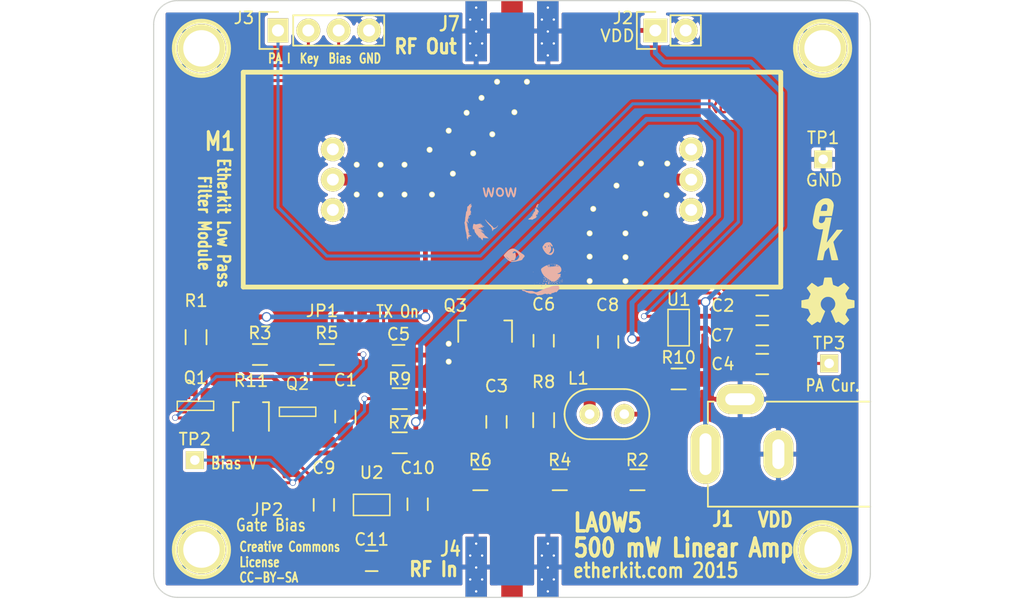
<source format=kicad_pcb>
(kicad_pcb (version 4) (host pcbnew 0.201510291901+6286~30~ubuntu14.04.1-product)
  (title_block (title LA0W5) (date 2015-10-27) (rev A) (company Etherkit) (comment 1 "500 mW Linear Amplifier Module") (comment 4 "Creative Commons CC-BY-SA"))
  (layers (0 F.Cu signal) (31 B.Cu signal) (34 B.Paste user) (35 F.Paste user) (36 B.SilkS user) (37 F.SilkS user) (38 B.Mask user) (39 F.Mask user) (44 Edge.Cuts user))
  (net 0 "")
  (net 1 "Net-(C1-Pad1)")
  (net 2 "Net-(C1-Pad2)")
  (net 3 "Net-(C2-Pad1)")
  (net 4 GND)
  (net 5 "Net-(C3-Pad1)")
  (net 6 "Net-(C3-Pad2)")
  (net 7 "Net-(C4-Pad1)")
  (net 8 "Net-(C6-Pad1)")
  (net 9 "Net-(C6-Pad2)")
  (net 10 VDD)
  (net 11 "Net-(C8-Pad1)")
  (net 12 "Net-(C9-Pad2)")
  (net 13 "Net-(C10-Pad2)")
  (net 14 "Net-(J3-Pad2)")
  (net 15 "Net-(J4-Pad1)")
  (net 16 "Net-(J7-Pad1)")
  (net 17 "Net-(JP1-Pad2)")
  (net 18 BIAS_V)
  (net 19 "Net-(JP2-Pad2)")
  (net 20 "Net-(L1-Pad1)")
  (module EtherkitKicadLibrary:VIA-05 (layer F.Cu) (at 143 73.65)
    (fp_text reference VIA hide)
    (fp_text value VAL** hide)
    (pad "" thru_hole circle (at 0 0) (size 0.5 0.5) (drill 0.4) (layers *.Cu *.Mask F.SilkS) (net 4 GND) (clearance 0.05))
  )
  (module EtherkitKicadLibrary:VIA-05 (layer F.Cu) (at 140.8 73.65)
    (fp_text reference VIA hide)
    (fp_text value VAL** hide)
    (pad "" thru_hole circle (at 0 0) (size 0.5 0.5) (drill 0.4) (layers *.Cu *.Mask F.SilkS) (net 4 GND) (clearance 0.05))
  )
  (module EtherkitKicadLibrary:VIA-05 (layer F.Cu) (at 138.75 75.5)
    (fp_text reference VIA hide)
    (fp_text value VAL** hide)
    (pad "" thru_hole circle (at 0 0) (size 0.5 0.5) (drill 0.4) (layers *.Cu *.Mask F.SilkS) (net 4 GND) (clearance 0.05))
  )
  (module EtherkitKicadLibrary:VIA-05 (layer F.Cu) (at 136.8 77.45)
    (fp_text reference VIA hide)
    (fp_text value VAL** hide)
    (pad "" thru_hole circle (at 0 0) (size 0.5 0.5) (drill 0.4) (layers *.Cu *.Mask F.SilkS) (net 4 GND) (clearance 0.05))
  )
  (module EtherkitKicadLibrary:VIA-05 (layer F.Cu) (at 136.5 79.5)
    (fp_text reference VIA hide)
    (fp_text value VAL** hide)
    (pad "" thru_hole circle (at 0 0) (size 0.5 0.5) (drill 0.4) (layers *.Cu *.Mask F.SilkS) (net 4 GND) (clearance 0.05))
  )
  (module EtherkitKicadLibrary:VIA-05 (layer F.Cu) (at 136.5 81.45)
    (fp_text reference VIA hide)
    (fp_text value VAL** hide)
    (pad "" thru_hole circle (at 0 0) (size 0.5 0.5) (drill 0.4) (layers *.Cu *.Mask F.SilkS) (net 4 GND) (clearance 0.05))
  )
  (module EtherkitKicadLibrary:VIA-05 (layer F.Cu) (at 136.5 83.5)
    (fp_text reference VIA hide)
    (fp_text value VAL** hide)
    (pad "" thru_hole circle (at 0 0) (size 0.5 0.5) (drill 0.4) (layers *.Cu *.Mask F.SilkS) (net 4 GND) (clearance 0.05))
  )
  (module EtherkitKicadLibrary:VIA-05 (layer F.Cu) (at 139.5 83.5)
    (fp_text reference VIA hide)
    (fp_text value VAL** hide)
    (pad "" thru_hole circle (at 0 0) (size 0.5 0.5) (drill 0.4) (layers *.Cu *.Mask F.SilkS) (net 4 GND) (clearance 0.05))
  )
  (module EtherkitKicadLibrary:VIA-05 (layer F.Cu) (at 139.5 81.5)
    (fp_text reference VIA hide)
    (fp_text value VAL** hide)
    (pad "" thru_hole circle (at 0 0) (size 0.5 0.5) (drill 0.4) (layers *.Cu *.Mask F.SilkS) (net 4 GND) (clearance 0.05))
  )
  (module EtherkitKicadLibrary:VIA-05 (layer F.Cu) (at 139.5 79.5)
    (fp_text reference VIA hide)
    (fp_text value VAL** hide)
    (pad "" thru_hole circle (at 0 0) (size 0.5 0.5) (drill 0.4) (layers *.Cu *.Mask F.SilkS) (net 4 GND) (clearance 0.05))
  )
  (module EtherkitKicadLibrary:VIA-05 (layer F.Cu) (at 141.15 77.85)
    (fp_text reference VIA hide)
    (fp_text value VAL** hide)
    (pad "" thru_hole circle (at 0 0) (size 0.5 0.5) (drill 0.4) (layers *.Cu *.Mask F.SilkS) (net 4 GND) (clearance 0.05))
  )
  (module EtherkitKicadLibrary:VIA-05 (layer F.Cu) (at 142.95 76.3)
    (fp_text reference VIA hide)
    (fp_text value VAL** hide)
    (pad "" thru_hole circle (at 0 0) (size 0.5 0.5) (drill 0.4) (layers *.Cu *.Mask F.SilkS) (net 4 GND) (clearance 0.05))
  )
  (module EtherkitKicadLibrary:VIA-05 (layer F.Cu) (at 127.45 68.15)
    (fp_text reference VIA hide)
    (fp_text value VAL** hide)
    (pad "" thru_hole circle (at 0 0) (size 0.5 0.5) (drill 0.4) (layers *.Cu *.Mask F.SilkS) (net 4 GND) (clearance 0.05))
  )
  (module EtherkitKicadLibrary:VIA-05 (layer F.Cu) (at 128.75 66.8)
    (fp_text reference VIA hide)
    (fp_text value VAL** hide)
    (pad "" thru_hole circle (at 0 0) (size 0.5 0.5) (drill 0.4) (layers *.Cu *.Mask F.SilkS) (net 4 GND) (clearance 0.05))
  )
  (module EtherkitKicadLibrary:VIA-05 (layer F.Cu) (at 126.2 69.4)
    (fp_text reference VIA hide)
    (fp_text value VAL** hide)
    (pad "" thru_hole circle (at 0 0) (size 0.5 0.5) (drill 0.4) (layers *.Cu *.Mask F.SilkS) (net 4 GND) (clearance 0.05))
  )
  (module EtherkitKicadLibrary:VIA-05 (layer F.Cu) (at 124.7 70.9)
    (fp_text reference VIA hide)
    (fp_text value VAL** hide)
    (pad "" thru_hole circle (at 0 0) (size 0.5 0.5) (drill 0.4) (layers *.Cu *.Mask F.SilkS) (net 4 GND) (clearance 0.05))
  )
  (module EtherkitKicadLibrary:VIA-05 (layer F.Cu) (at 123.1 72.5)
    (fp_text reference VIA hide)
    (fp_text value VAL** hide)
    (pad "" thru_hole circle (at 0 0) (size 0.5 0.5) (drill 0.4) (layers *.Cu *.Mask F.SilkS) (net 4 GND) (clearance 0.05))
  )
  (module EtherkitKicadLibrary:VIA-05 (layer F.Cu) (at 131.25 66.8)
    (fp_text reference VIA hide)
    (fp_text value VAL** hide)
    (pad "" thru_hole circle (at 0 0) (size 0.5 0.5) (drill 0.4) (layers *.Cu *.Mask F.SilkS) (net 4 GND) (clearance 0.05))
  )
  (module EtherkitKicadLibrary:VIA-05 (layer F.Cu) (at 130.2 69.35)
    (fp_text reference VIA hide)
    (fp_text value VAL** hide)
    (pad "" thru_hole circle (at 0 0) (size 0.5 0.5) (drill 0.4) (layers *.Cu *.Mask F.SilkS) (net 4 GND) (clearance 0.05))
  )
  (module EtherkitKicadLibrary:VIA-05 (layer F.Cu) (at 128.35 71.2)
    (fp_text reference VIA hide)
    (fp_text value VAL** hide)
    (pad "" thru_hole circle (at 0 0) (size 0.5 0.5) (drill 0.4) (layers *.Cu *.Mask F.SilkS) (net 4 GND) (clearance 0.05))
  )
  (module EtherkitKicadLibrary:VIA-05 (layer F.Cu) (at 126.75 72.8)
    (fp_text reference VIA hide)
    (fp_text value VAL** hide)
    (pad "" thru_hole circle (at 0 0) (size 0.5 0.5) (drill 0.4) (layers *.Cu *.Mask F.SilkS) (net 4 GND) (clearance 0.05))
  )
  (module EtherkitKicadLibrary:VIA-05 (layer F.Cu) (at 125.05 74.5)
    (fp_text reference VIA hide)
    (fp_text value VAL** hide)
    (pad "" thru_hole circle (at 0 0) (size 0.5 0.5) (drill 0.4) (layers *.Cu *.Mask F.SilkS) (net 4 GND) (clearance 0.05))
  )
  (module EtherkitKicadLibrary:VIA-05 (layer F.Cu) (at 121 73.75)
    (fp_text reference VIA hide)
    (fp_text value VAL** hide)
    (pad "" thru_hole circle (at 0 0) (size 0.5 0.5) (drill 0.4) (layers *.Cu *.Mask F.SilkS) (net 4 GND) (clearance 0.05))
  )
  (module EtherkitKicadLibrary:VIA-05 (layer F.Cu) (at 119 73.75)
    (fp_text reference VIA hide)
    (fp_text value VAL** hide)
    (pad "" thru_hole circle (at 0 0) (size 0.5 0.5) (drill 0.4) (layers *.Cu *.Mask F.SilkS) (net 4 GND) (clearance 0.05))
  )
  (module EtherkitKicadLibrary:VIA-05 (layer F.Cu) (at 117 73.75)
    (fp_text reference VIA hide)
    (fp_text value VAL** hide)
    (pad "" thru_hole circle (at 0 0) (size 0.5 0.5) (drill 0.4) (layers *.Cu *.Mask F.SilkS) (net 4 GND) (clearance 0.05))
  )
  (module EtherkitKicadLibrary:VIA-05 (layer F.Cu) (at 123.3 76.25)
    (fp_text reference VIA hide)
    (fp_text value VAL** hide)
    (pad "" thru_hole circle (at 0 0) (size 0.5 0.5) (drill 0.4) (layers *.Cu *.Mask F.SilkS) (net 4 GND) (clearance 0.05))
  )
  (module EtherkitKicadLibrary:VIA-05 (layer F.Cu) (at 121 76.25)
    (fp_text reference VIA hide)
    (fp_text value VAL** hide)
    (pad "" thru_hole circle (at 0 0) (size 0.5 0.5) (drill 0.4) (layers *.Cu *.Mask F.SilkS) (net 4 GND) (clearance 0.05))
  )
  (module EtherkitKicadLibrary:VIA-05 (layer F.Cu) (at 119 76.25)
    (fp_text reference VIA hide)
    (fp_text value VAL** hide)
    (pad "" thru_hole circle (at 0 0) (size 0.5 0.5) (drill 0.4) (layers *.Cu *.Mask F.SilkS) (net 4 GND) (clearance 0.05))
  )
  (module EtherkitKicadLibrary:VIA-05 (layer F.Cu) (at 117 76.25)
    (fp_text reference VIA hide)
    (fp_text value VAL** hide)
    (pad "" thru_hole circle (at 0 0) (size 0.5 0.5) (drill 0.4) (layers *.Cu *.Mask F.SilkS) (net 4 GND) (clearance 0.05))
  )
  (module EtherkitKicadLibrary:VIA-05 (layer F.Cu) (at 124.7 90.25)
    (fp_text reference VIA hide)
    (fp_text value VAL** hide)
    (pad "" thru_hole circle (at 0 0) (size 0.5 0.5) (drill 0.4) (layers *.Cu *.Mask F.SilkS) (net 4 GND) (clearance 0.05))
  )
  (module EtherkitKicadLibrary:SOT23-2N7002 (layer F.Cu) (at 103.5 93.95)
    (fp_text reference Q1 (at 0 -2.35) (layer F.SilkS))
    (fp_text value 2N7002 hide)
    (pad 1 smd rect (at -0.889 -1.016) (size 0.9144 0.9144) (layers F.Cu F.Paste F.Mask) (net 4 GND))
    (pad 2 smd rect (at 0.889 -1.016) (size 0.9144 0.9144) (layers F.Cu F.Paste F.Mask) (net 14 "Net-(J3-Pad2)"))
    (pad 3 smd rect (at 0 1.016) (size 0.9144 0.9144) (layers F.Cu F.Paste F.Mask) (net 17 "Net-(JP1-Pad2)"))
  )
  (module EtherkitKicadLibrary:SOT23-MMBT440X (layer F.Cu) (at 112.05 94.45)
    (fp_text reference Q2 (at 0 -2.35) (layer F.SilkS) (effects (font (thickness 0.12954))))
    (fp_text value MMBT4403 hide)
    (pad 1 smd rect (at -0.889 -1.016) (size 0.9144 0.9144) (layers F.Cu F.Paste F.Mask) (net 10 VDD))
    (pad 2 smd rect (at 0.889 -1.016) (size 0.9144 0.9144) (layers F.Cu F.Paste F.Mask) (net 2 "Net-(C1-Pad2)"))
    (pad 3 smd rect (at 0 1.016) (size 0.9144 0.9144) (layers F.Cu F.Paste F.Mask) (net 1 "Net-(C1-Pad1)"))
  )
  (module EtherkitKicadLibrary:TC33X-2 (layer F.Cu) (at 108.15 97.45)
    (fp_text reference R11 (at 0 -5.6) (layer F.SilkS))
    (fp_text value 10k hide)
    (pad 3 smd rect (at -1 -0.6) (size 1.2 1.2) (layers F.Cu F.Paste F.Mask) (net 4 GND))
    (pad 1 smd rect (at 1 -0.6) (size 1.2 1.2) (layers F.Cu F.Paste F.Mask) (net 12 "Net-(C9-Pad2)"))
    (pad 2 smd rect (at 0 -3.85) (size 1.6 1.5) (layers F.Cu F.Paste F.Mask) (net 19 "Net-(JP2-Pad2)"))
  )
  (module EtherkitKicadLibrary:MOUNTINGHOLE-4MM (layer F.Cu) (at 104 64)
    (fp_text reference 1PIN hide)
    (fp_text value P*** hide)
    (pad "" thru_hole circle (at 0 0) (size 4.064 4.064) (drill 3.048) (layers *.Cu *.Mask F.SilkS) (net 4 GND))
  )
  (module EtherkitKicadLibrary:MOUNTINGHOLE-4MM (layer F.Cu) (at 104 106)
    (fp_text reference 1PIN hide)
    (fp_text value P*** hide)
    (pad "" thru_hole circle (at 0 0) (size 4.064 4.064) (drill 3.048) (layers *.Cu *.Mask F.SilkS) (net 4 GND))
  )
  (module EtherkitKicadLibrary:MOUNTINGHOLE-4MM (layer F.Cu) (at 156 106)
    (fp_text reference 1PIN hide)
    (fp_text value P*** hide)
    (pad "" thru_hole circle (at 0 0) (size 4.064 4.064) (drill 3.048) (layers *.Cu *.Mask F.SilkS) (net 4 GND))
  )
  (module EtherkitKicadLibrary:MOUNTINGHOLE-4MM (layer F.Cu) (at 156 64)
    (fp_text reference 1PIN hide)
    (fp_text value P*** hide)
    (pad "" thru_hole circle (at 0 0) (size 4.064 4.064) (drill 3.048) (layers *.Cu *.Mask F.SilkS) (net 4 GND))
  )
  (module EtherkitKicadLibrary:SOT23-5 (layer F.Cu) (at 118.25 102.25)
    (fp_text reference U2 (at 0 -2.7 180) (layer F.SilkS))
    (fp_text value LP2985-3.3 hide)
    (pad 1 smd rect (at -0.9525 1.27) (size 0.508 0.762) (layers F.Cu F.Paste F.Mask) (net 10 VDD))
    (pad 3 smd rect (at 0.9525 1.27) (size 0.508 0.762) (layers F.Cu F.Paste F.Mask) (net 10 VDD))
    (pad 5 smd rect (at -0.9525 -1.27) (size 0.508 0.762) (layers F.Cu F.Paste F.Mask) (net 12 "Net-(C9-Pad2)"))
    (pad 2 smd rect (at 0 1.27) (size 0.508 0.762) (layers F.Cu F.Paste F.Mask) (net 4 GND))
    (pad 4 smd rect (at 0.9525 -1.27) (size 0.508 0.762) (layers F.Cu F.Paste F.Mask) (net 13 "Net-(C10-Pad2)"))
  )
  (module EtherkitKicadLibrary:SOT23-5 (layer F.Cu) (at 143.95 87.4 270)
    (fp_text reference U1 (at -2.35 0 360) (layer F.SilkS))
    (fp_text value INA193 hide)
    (pad 1 smd rect (at -0.9525 1.27 270) (size 0.508 0.762) (layers F.Cu F.Paste F.Mask) (net 3 "Net-(C2-Pad1)"))
    (pad 3 smd rect (at 0.9525 1.27 270) (size 0.508 0.762) (layers F.Cu F.Paste F.Mask) (net 7 "Net-(C4-Pad1)"))
    (pad 5 smd rect (at -0.9525 -1.27 270) (size 0.508 0.762) (layers F.Cu F.Paste F.Mask) (net 10 VDD))
    (pad 2 smd rect (at 0 1.27 270) (size 0.508 0.762) (layers F.Cu F.Paste F.Mask) (net 4 GND))
    (pad 4 smd rect (at 0.9525 -1.27 270) (size 0.508 0.762) (layers F.Cu F.Paste F.Mask) (net 20 "Net-(L1-Pad1)"))
  )
  (module EtherkitKicadLibrary:R_0805_HandSoldering (layer F.Cu) (at 143.95 91.7)
    (fp_text reference R10 (at 0 -1.8) (layer F.SilkS))
    (fp_text value "0.5 1%" hide)
    (pad 1 smd rect (at -1.35 0) (size 1.5 1.3) (layers F.Cu F.Paste F.Mask) (net 7 "Net-(C4-Pad1)"))
    (pad 2 smd rect (at 1.35 0) (size 1.5 1.3) (layers F.Cu F.Paste F.Mask) (net 20 "Net-(L1-Pad1)"))
  )
  (module EtherkitKicadLibrary:R_0805_HandSoldering (layer F.Cu) (at 120.6 93.35 180)
    (fp_text reference R9 (at 0 1.65 180) (layer F.SilkS))
    (fp_text value 56 hide)
    (pad 1 smd rect (at -1.35 0 180) (size 1.5 1.3) (layers F.Cu F.Paste F.Mask) (net 5 "Net-(C3-Pad1)"))
    (pad 2 smd rect (at 1.35 0 180) (size 1.5 1.3) (layers F.Cu F.Paste F.Mask) (net 18 BIAS_V))
  )
  (module EtherkitKicadLibrary:R_0805_HandSoldering (layer F.Cu) (at 132.65 95.15 270)
    (fp_text reference R8 (at -3.2 0 360) (layer F.SilkS))
    (fp_text value 3.3k hide)
    (pad 1 smd rect (at -1.35 0 270) (size 1.5 1.3) (layers F.Cu F.Paste F.Mask) (net 9 "Net-(C6-Pad2)"))
    (pad 2 smd rect (at 1.35 0 270) (size 1.5 1.3) (layers F.Cu F.Paste F.Mask) (net 6 "Net-(C3-Pad2)"))
  )
  (module EtherkitKicadLibrary:R_0805_HandSoldering (layer F.Cu) (at 120.6 97.05)
    (fp_text reference R7 (at 0 -1.7 180) (layer F.SilkS))
    (fp_text value 10 hide)
    (pad 1 smd rect (at -1.35 0) (size 1.5 1.3) (layers F.Cu F.Paste F.Mask) (net 1 "Net-(C1-Pad1)"))
    (pad 2 smd rect (at 1.35 0) (size 1.5 1.3) (layers F.Cu F.Paste F.Mask) (net 7 "Net-(C4-Pad1)"))
  )
  (module EtherkitKicadLibrary:R_0805_HandSoldering (layer F.Cu) (at 127.35 100.15 180)
    (fp_text reference R6 (at 0 1.65 180) (layer F.SilkS))
    (fp_text value R hide)
    (pad 1 smd rect (at -1.35 0 180) (size 1.5 1.3) (layers F.Cu F.Paste F.Mask) (net 6 "Net-(C3-Pad2)"))
    (pad 2 smd rect (at 1.35 0 180) (size 1.5 1.3) (layers F.Cu F.Paste F.Mask) (net 4 GND))
  )
  (module EtherkitKicadLibrary:R_0805_HandSoldering (layer F.Cu) (at 114.5 89.65)
    (fp_text reference R5 (at 0 -1.8) (layer F.SilkS))
    (fp_text value 22k hide)
    (pad 1 smd rect (at -1.35 0) (size 1.5 1.3) (layers F.Cu F.Paste F.Mask) (net 2 "Net-(C1-Pad2)"))
    (pad 2 smd rect (at 1.35 0) (size 1.5 1.3) (layers F.Cu F.Paste F.Mask) (net 17 "Net-(JP1-Pad2)"))
  )
  (module EtherkitKicadLibrary:R_0805_HandSoldering (layer F.Cu) (at 134 100.15)
    (fp_text reference R4 (at 0 -1.65) (layer F.SilkS))
    (fp_text value 0 hide)
    (pad 1 smd rect (at -1.35 0) (size 1.5 1.3) (layers F.Cu F.Paste F.Mask) (net 6 "Net-(C3-Pad2)"))
    (pad 2 smd rect (at 1.35 0) (size 1.5 1.3) (layers F.Cu F.Paste F.Mask) (net 15 "Net-(J4-Pad1)"))
  )
  (module EtherkitKicadLibrary:R_0805_HandSoldering (layer F.Cu) (at 108.9 89.65)
    (fp_text reference R3 (at 0 -1.8) (layer F.SilkS))
    (fp_text value 22k hide)
    (pad 1 smd rect (at -1.35 0) (size 1.5 1.3) (layers F.Cu F.Paste F.Mask) (net 10 VDD))
    (pad 2 smd rect (at 1.35 0) (size 1.5 1.3) (layers F.Cu F.Paste F.Mask) (net 2 "Net-(C1-Pad2)"))
  )
  (module EtherkitKicadLibrary:R_0805_HandSoldering (layer F.Cu) (at 140.5 100.15)
    (fp_text reference R2 (at 0 -1.65) (layer F.SilkS))
    (fp_text value R hide)
    (pad 1 smd rect (at -1.35 0) (size 1.5 1.3) (layers F.Cu F.Paste F.Mask) (net 15 "Net-(J4-Pad1)"))
    (pad 2 smd rect (at 1.35 0) (size 1.5 1.3) (layers F.Cu F.Paste F.Mask) (net 4 GND))
  )
  (module EtherkitKicadLibrary:R_0805_HandSoldering (layer F.Cu) (at 103.55 88.2 90)
    (fp_text reference R1 (at 3.05 0 180) (layer F.SilkS))
    (fp_text value 22k hide)
    (pad 1 smd rect (at -1.35 0 90) (size 1.5 1.3) (layers F.Cu F.Paste F.Mask) (net 14 "Net-(J3-Pad2)"))
    (pad 2 smd rect (at 1.35 0 90) (size 1.5 1.3) (layers F.Cu F.Paste F.Mask) (net 4 GND))
  )
  (module EtherkitKicadLibrary:C_0805_HandSoldering (layer F.Cu) (at 118.25 106.95)
    (fp_text reference C11 (at 0 -1.8) (layer F.SilkS))
    (fp_text value 4.7u hide)
    (pad 1 smd rect (at -1.25 0) (size 1.5 1.25) (layers F.Cu F.Paste F.Mask) (net 4 GND))
    (pad 2 smd rect (at 1.25 0) (size 1.5 1.25) (layers F.Cu F.Paste F.Mask) (net 10 VDD))
  )
  (module EtherkitKicadLibrary:C_0805_HandSoldering (layer F.Cu) (at 122.1 102.2 90)
    (fp_text reference C10 (at 3.05 0 180) (layer F.SilkS))
    (fp_text value 10n hide)
    (pad 1 smd rect (at -1.25 0 90) (size 1.5 1.25) (layers F.Cu F.Paste F.Mask) (net 4 GND))
    (pad 2 smd rect (at 1.25 0 90) (size 1.5 1.25) (layers F.Cu F.Paste F.Mask) (net 13 "Net-(C10-Pad2)"))
  )
  (module EtherkitKicadLibrary:C_0805_HandSoldering (layer F.Cu) (at 114.25 102.25 90)
    (fp_text reference C9 (at 3.1 0 180) (layer F.SilkS))
    (fp_text value 4.7u hide)
    (pad 1 smd rect (at -1.25 0 90) (size 1.5 1.25) (layers F.Cu F.Paste F.Mask) (net 4 GND))
    (pad 2 smd rect (at 1.25 0 90) (size 1.5 1.25) (layers F.Cu F.Paste F.Mask) (net 12 "Net-(C9-Pad2)"))
  )
  (module EtherkitKicadLibrary:C_0805_HandSoldering (layer F.Cu) (at 138.05 88.6 270)
    (fp_text reference C8 (at -3.1 0.05 360) (layer F.SilkS))
    (fp_text value 100n hide)
    (pad 1 smd rect (at -1.25 0 270) (size 1.5 1.25) (layers F.Cu F.Paste F.Mask) (net 11 "Net-(C8-Pad1)"))
    (pad 2 smd rect (at 1.25 0 270) (size 1.5 1.25) (layers F.Cu F.Paste F.Mask) (net 8 "Net-(C6-Pad1)"))
  )
  (module EtherkitKicadLibrary:C_0805_HandSoldering (layer F.Cu) (at 150.95 88.05)
    (fp_text reference C7 (at -3.35 0 180) (layer F.SilkS))
    (fp_text value 100n hide)
    (pad 1 smd rect (at -1.25 0) (size 1.5 1.25) (layers F.Cu F.Paste F.Mask) (net 10 VDD))
    (pad 2 smd rect (at 1.25 0) (size 1.5 1.25) (layers F.Cu F.Paste F.Mask) (net 4 GND))
  )
  (module EtherkitKicadLibrary:C_0805_HandSoldering (layer F.Cu) (at 132.65 88.5 270)
    (fp_text reference C6 (at -3.05 0 360) (layer F.SilkS))
    (fp_text value 10n hide)
    (pad 1 smd rect (at -1.25 0 270) (size 1.5 1.25) (layers F.Cu F.Paste F.Mask) (net 8 "Net-(C6-Pad1)"))
    (pad 2 smd rect (at 1.25 0 270) (size 1.5 1.25) (layers F.Cu F.Paste F.Mask) (net 9 "Net-(C6-Pad2)"))
  )
  (module EtherkitKicadLibrary:C_0805_HandSoldering (layer F.Cu) (at 120.5 89.7 180)
    (fp_text reference C5 (at 0 1.75 180) (layer F.SilkS))
    (fp_text value 1u hide)
    (pad 1 smd rect (at -1.25 0 180) (size 1.5 1.25) (layers F.Cu F.Paste F.Mask) (net 4 GND))
    (pad 2 smd rect (at 1.25 0 180) (size 1.5 1.25) (layers F.Cu F.Paste F.Mask) (net 18 BIAS_V))
  )
  (module EtherkitKicadLibrary:C_0805_HandSoldering (layer F.Cu) (at 150.95 90.45)
    (fp_text reference C4 (at -3.3 0 180) (layer F.SilkS))
    (fp_text value 1u hide)
    (pad 1 smd rect (at -1.25 0) (size 1.5 1.25) (layers F.Cu F.Paste F.Mask) (net 7 "Net-(C4-Pad1)"))
    (pad 2 smd rect (at 1.25 0) (size 1.5 1.25) (layers F.Cu F.Paste F.Mask) (net 4 GND))
  )
  (module EtherkitKicadLibrary:C_0805_HandSoldering (layer F.Cu) (at 128.7 95.3 270)
    (fp_text reference C3 (at -3 0 360) (layer F.SilkS))
    (fp_text value 10n hide)
    (pad 1 smd rect (at -1.25 0 270) (size 1.5 1.25) (layers F.Cu F.Paste F.Mask) (net 5 "Net-(C3-Pad1)"))
    (pad 2 smd rect (at 1.25 0 270) (size 1.5 1.25) (layers F.Cu F.Paste F.Mask) (net 6 "Net-(C3-Pad2)"))
  )
  (module EtherkitKicadLibrary:C_0805_HandSoldering (layer F.Cu) (at 150.95 85.55)
    (fp_text reference C2 (at -3.3 0) (layer F.SilkS))
    (fp_text value 100n hide)
    (pad 1 smd rect (at -1.25 0) (size 1.5 1.25) (layers F.Cu F.Paste F.Mask) (net 3 "Net-(C2-Pad1)"))
    (pad 2 smd rect (at 1.25 0) (size 1.5 1.25) (layers F.Cu F.Paste F.Mask) (net 4 GND))
  )
  (module EtherkitKicadLibrary:C_0805_HandSoldering (layer F.Cu) (at 116.05 94.85 90)
    (fp_text reference C1 (at 3.05 0 180) (layer F.SilkS))
    (fp_text value 10n hide)
    (pad 1 smd rect (at -1.25 0 90) (size 1.5 1.25) (layers F.Cu F.Paste F.Mask) (net 1 "Net-(C1-Pad1)"))
    (pad 2 smd rect (at 1.25 0 90) (size 1.5 1.25) (layers F.Cu F.Paste F.Mask) (net 2 "Net-(C1-Pad2)"))
  )
  (module EtherkitKicadLibrary:Pin_Header_Straight_1x02 (layer F.Cu) (at 142 62.5 90)
    (fp_text reference J2 (at 1.05 -2.7 180) (layer F.SilkS))
    (fp_text value VDD hide)
    (pad 1 thru_hole rect (at 0 0 90) (size 2 2) (drill 1) (layers *.Cu *.Mask F.SilkS) (net 10 VDD))
    (pad 2 thru_hole circle (at 0 2.54 90) (size 2 2) (drill 1) (layers *.Cu *.Mask F.SilkS) (net 4 GND))
  )
  (module EtherkitKicadLibrary:Pin_Header_Straight_1x04 (layer F.Cu) (at 110.41 62.5 90)
    (fp_text reference J3 (at 1.05 -2.85 180) (layer F.SilkS))
    (fp_text value CONN_01X04 hide)
    (pad 1 thru_hole rect (at 0 0 90) (size 2.032 1.7272) (drill 1.016) (layers *.Cu *.Mask F.SilkS) (net 3 "Net-(C2-Pad1)"))
    (pad 2 thru_hole circle (at 0 2.54 90) (size 2 2) (drill 1) (layers *.Cu *.Mask F.SilkS) (net 14 "Net-(J3-Pad2)"))
    (pad 3 thru_hole circle (at 0 5.08 90) (size 2 2) (drill 1) (layers *.Cu *.Mask F.SilkS) (net 18 BIAS_V))
    (pad 4 thru_hole circle (at 0 7.62 90) (size 2 2) (drill 1) (layers *.Cu *.Mask F.SilkS) (net 4 GND))
  )
  (module Fiducials:Fiducial_1mm_Dia_2.54mm_Outer_CopperTop (layer F.Cu) (at 104 101.5)
    (fp_text reference REF** hide)
    (fp_text value Fiducial_1mm_Dia_2.54mm_Outer_CopperTop)
    (pad ~ smd circle (at 0 0) (size 1 1) (layers F.Cu F.Mask) (clearance 0.77))
  )
  (module Fiducials:Fiducial_1mm_Dia_2.54mm_Outer_CopperTop (layer F.Cu) (at 104 68.5)
    (fp_text reference REF** hide)
    (fp_text value Fiducial_1mm_Dia_2.54mm_Outer_CopperTop)
    (pad ~ smd circle (at 0 0) (size 1 1) (layers F.Cu F.Mask) (clearance 0.77))
  )
  (module Fiducials:Fiducial_1mm_Dia_2.54mm_Outer_CopperTop (layer F.Cu) (at 156 68.5)
    (fp_text reference REF** hide)
    (fp_text value Fiducial_1mm_Dia_2.54mm_Outer_CopperTop)
    (pad ~ smd circle (at 0 0) (size 1 1) (layers F.Cu F.Mask) (clearance 0.77))
  )
  (module EtherkitKicadLibrary:EtherkitLogoSmall (layer F.Cu) (at 156.45 79.15)
    (fp_text reference Ref** hide)
    (fp_text value Val** hide)
  )
  (module EtherkitKicadLibrary:OSHWLogo4mm (layer F.Cu) (at 156.45 85.2)
    (fp_text reference G*** hide)
    (fp_text value LOGO hide)
  )
  (module EtherkitKicadLibrary:LPFModule (layer F.Cu) (at 130 75 180)
    (fp_text reference M1 (at 24.45 3.2 180) (layer F.SilkS) (effects (font (size 1.5 1.2) (thickness 0.25))))
    (fp_text value LPFModule hide)
    (pad 2 thru_hole circle (at -15 0 180) (size 2 2) (drill 1) (layers *.Cu *.Mask F.SilkS) (net 11 "Net-(C8-Pad1)"))
    (pad 5 thru_hole circle (at 15 0 180) (size 2 2) (drill 1) (layers *.Cu *.Mask F.SilkS) (net 16 "Net-(J7-Pad1)"))
    (pad 1 thru_hole circle (at -15 -2.54 180) (size 2 2) (drill 1) (layers *.Cu *.Mask F.SilkS) (net 4 GND))
    (pad 3 thru_hole circle (at -15 2.54 180) (size 2 2) (drill 1) (layers *.Cu *.Mask F.SilkS) (net 4 GND))
    (pad 6 thru_hole circle (at 15 -2.54 180) (size 2 2) (drill 1) (layers *.Cu *.Mask F.SilkS) (net 4 GND))
    (pad 4 thru_hole circle (at 15 2.54 180) (size 2 2) (drill 1) (layers *.Cu *.Mask F.SilkS) (net 4 GND))
  )
  (module Measurement_Points:Measurement_Point_Square-TH_Small (layer F.Cu) (at 156.55 90.4)
    (fp_text reference TP3 (at 0 -1.7) (layer F.SilkS))
    (fp_text value "PA I")
    (pad 1 thru_hole rect (at 0 0) (size 1.50114 1.50114) (drill 0.8001) (layers *.Cu *.Mask F.SilkS) (net 3 "Net-(C2-Pad1)"))
  )
  (module Measurement_Points:Measurement_Point_Square-TH_Small (layer F.Cu) (at 103.45 98.5)
    (fp_text reference TP2 (at 0 -1.75) (layer F.SilkS))
    (fp_text value "BIAS V")
    (pad 1 thru_hole rect (at 0 0) (size 1.50114 1.50114) (drill 0.8001) (layers *.Cu *.Mask F.SilkS) (net 18 BIAS_V))
  )
  (module Measurement_Points:Measurement_Point_Square-TH_Small (layer F.Cu) (at 156.05 73.3)
    (fp_text reference TP1 (at 0 -1.8) (layer F.SilkS))
    (fp_text value GND)
    (pad 1 thru_hole rect (at 0 0) (size 1.50114 1.50114) (drill 0.8001) (layers *.Cu *.Mask F.SilkS) (net 4 GND))
  )
  (module EtherkitKicadLibrary:DCPOWER-KOBICONN-163-7620-E (layer F.Cu) (at 160 98 90)
    (fp_text reference J1 (at -5.45 -12.35 180) (layer F.SilkS) (effects (font (size 1.2 1) (thickness 0.25))))
    (fp_text value "2.1 mm Barrel Jack" hide)
    (pad 3 thru_hole oval (at 0 -7.7 90) (size 4 2.5) (drill oval 2.5 1) (layers *.Cu *.Mask F.SilkS) (net 4 GND))
    (pad 1 thru_hole oval (at 0 -13.8 90) (size 5 2.5) (drill oval 3.5 1) (layers *.Cu *.Mask F.SilkS) (net 10 VDD))
    (pad 2 thru_hole oval (at 4.6 -10.9 90) (size 2.5 4) (drill oval 1 2.5) (layers *.Cu *.Mask F.SilkS) (net 4 GND))
  )
  (module EtherkitKicadLibrary:SOLDER_JUMPER (layer F.Cu) (at 109.6 100.4 180)
    (fp_text reference JP2 (at 0.1 -2.25 180) (layer F.SilkS))
    (fp_text value "GATE BIAS")
    (pad 2 smd trapezoid (at 0.7 0 180) (size 0.5 1.5) (rect_delta 0.5 0) (layers F.Cu F.Paste F.Mask) (net 19 "Net-(JP2-Pad2)"))
    (pad 1 smd trapezoid (at -0.7 0 180) (size 0.5 1.5) (rect_delta -0.5 0) (layers F.Cu F.Paste F.Mask) (net 18 BIAS_V))
    (pad 1 smd rect (at -0.3 0 180) (size 0.3 2) (layers F.Cu F.Paste F.Mask) (net 18 BIAS_V))
    (pad 2 smd rect (at 0.3 0 180) (size 0.3 2) (layers F.Cu F.Paste F.Mask) (net 19 "Net-(JP2-Pad2)"))
  )
  (module EtherkitKicadLibrary:SOLDER_JUMPER (layer F.Cu) (at 116.9 85.95 180)
    (fp_text reference JP1 (at 2.8 -0.05 360) (layer F.SilkS))
    (fp_text value "TX ON")
    (pad 2 smd trapezoid (at 0.7 0 180) (size 0.5 1.5) (rect_delta 0.5 0) (layers F.Cu F.Paste F.Mask) (net 17 "Net-(JP1-Pad2)"))
    (pad 1 smd trapezoid (at -0.7 0 180) (size 0.5 1.5) (rect_delta -0.5 0) (layers F.Cu F.Paste F.Mask) (net 4 GND))
    (pad 1 smd rect (at -0.3 0 180) (size 0.3 2) (layers F.Cu F.Paste F.Mask) (net 4 GND))
    (pad 2 smd rect (at 0.3 0 180) (size 0.3 2) (layers F.Cu F.Paste F.Mask) (net 17 "Net-(JP1-Pad2)"))
  )
  (module EtherkitKicadLibrary:VIA-05 (layer F.Cu) (at 124.7 88.75)
    (fp_text reference VIA hide)
    (fp_text value VAL** hide)
    (pad "" thru_hole circle (at 0 0) (size 0.5 0.5) (drill 0.4) (layers *.Cu *.Mask F.SilkS) (net 4 GND) (clearance 0.05))
  )
  (module EtherkitKicadLibrary:SMA-ENDLAUNCH (layer F.Cu) (at 130 65.09)
    (fp_text reference J7 (at -5.25 -3.14) (layer F.SilkS) (effects (font (size 1.2 1) (thickness 0.2))))
    (fp_text value SMA-F hide)
    (pad 1 smd rect (at 0 -2.54) (size 1.8 5.08) (layers F.Cu F.Mask) (net 16 "Net-(J7-Pad1)"))
    (pad 2 smd rect (at 3 -2.54) (size 1.8 5.08) (layers B.Cu B.Mask) (net 4 GND))
    (pad 2 smd rect (at -3 -2.54) (size 1.8 5.08) (layers F.Cu F.Mask) (net 4 GND))
    (pad 2 thru_hole circle (at 3 -0.5) (size 0.3 0.3) (drill 0.2) (layers *.Cu *.Mask) (net 4 GND))
    (pad 2 thru_hole circle (at 3 -4.5) (size 0.3 0.3) (drill 0.2) (layers *.Cu *.Mask) (net 4 GND))
    (pad 2 thru_hole circle (at 2.5 -3.5) (size 0.3 0.3) (drill 0.2) (layers *.Cu *.Mask) (net 4 GND))
    (pad 2 thru_hole circle (at 3.5 -3.5) (size 0.3 0.3) (drill 0.2) (layers *.Cu *.Mask) (net 4 GND))
    (pad 2 thru_hole circle (at 3 -2.5) (size 0.3 0.3) (drill 0.2) (layers *.Cu *.Mask) (net 4 GND))
    (pad 2 thru_hole circle (at 2.5 -1.5) (size 0.3 0.3) (drill 0.2) (layers *.Cu *.Mask) (net 4 GND))
    (pad 2 thru_hole circle (at 3.5 -1.5) (size 0.3 0.3) (drill 0.2) (layers *.Cu *.Mask) (net 4 GND))
    (pad 2 thru_hole circle (at -3 -0.5) (size 0.3 0.3) (drill 0.2) (layers *.Cu *.Mask) (net 4 GND))
    (pad 2 thru_hole circle (at -3 -4.5) (size 0.3 0.3) (drill 0.2) (layers *.Cu *.Mask) (net 4 GND))
    (pad 2 thru_hole circle (at -3.5 -3.5) (size 0.3 0.3) (drill 0.2) (layers *.Cu *.Mask) (net 4 GND))
    (pad 2 thru_hole circle (at -2.5 -3.5) (size 0.3 0.3) (drill 0.2) (layers *.Cu *.Mask) (net 4 GND))
    (pad 2 thru_hole circle (at -3 -2.5) (size 0.3 0.3) (drill 0.2) (layers *.Cu *.Mask) (net 4 GND))
    (pad 2 thru_hole circle (at -3.5 -1.5) (size 0.3 0.3) (drill 0.2) (layers *.Cu *.Mask) (net 4 GND))
    (pad 2 thru_hole circle (at -2.5 -1.5) (size 0.3 0.3) (drill 0.2) (layers *.Cu *.Mask) (net 4 GND))
    (pad 2 smd rect (at 3 -2.54) (size 1.8 5.08) (layers F.Cu F.Mask) (net 4 GND))
    (pad 2 smd rect (at -3 -2.54) (size 1.8 5.08) (layers B.Cu B.Mask) (net 4 GND))
  )
  (module EtherkitKicadLibrary:SMA-ENDLAUNCH (layer F.Cu) (at 130 110)
    (fp_text reference J4 (at -5.15 -4.05) (layer F.SilkS) (effects (font (size 1.2 1) (thickness 0.2))))
    (fp_text value SMA-F hide)
    (pad 1 smd rect (at 0 -2.54) (size 1.8 5.08) (layers F.Cu F.Mask) (net 15 "Net-(J4-Pad1)"))
    (pad 2 smd rect (at 3 -2.54) (size 1.8 5.08) (layers B.Cu B.Mask) (net 4 GND))
    (pad 2 smd rect (at -3 -2.54) (size 1.8 5.08) (layers F.Cu F.Mask) (net 4 GND))
    (pad 2 thru_hole circle (at 3 -0.5) (size 0.3 0.3) (drill 0.2) (layers *.Cu *.Mask) (net 4 GND))
    (pad 2 thru_hole circle (at 3 -4.5) (size 0.3 0.3) (drill 0.2) (layers *.Cu *.Mask) (net 4 GND))
    (pad 2 thru_hole circle (at 2.5 -3.5) (size 0.3 0.3) (drill 0.2) (layers *.Cu *.Mask) (net 4 GND))
    (pad 2 thru_hole circle (at 3.5 -3.5) (size 0.3 0.3) (drill 0.2) (layers *.Cu *.Mask) (net 4 GND))
    (pad 2 thru_hole circle (at 3 -2.5) (size 0.3 0.3) (drill 0.2) (layers *.Cu *.Mask) (net 4 GND))
    (pad 2 thru_hole circle (at 2.5 -1.5) (size 0.3 0.3) (drill 0.2) (layers *.Cu *.Mask) (net 4 GND))
    (pad 2 thru_hole circle (at 3.5 -1.5) (size 0.3 0.3) (drill 0.2) (layers *.Cu *.Mask) (net 4 GND))
    (pad 2 thru_hole circle (at -3 -0.5) (size 0.3 0.3) (drill 0.2) (layers *.Cu *.Mask) (net 4 GND))
    (pad 2 thru_hole circle (at -3 -4.5) (size 0.3 0.3) (drill 0.2) (layers *.Cu *.Mask) (net 4 GND))
    (pad 2 thru_hole circle (at -3.5 -3.5) (size 0.3 0.3) (drill 0.2) (layers *.Cu *.Mask) (net 4 GND))
    (pad 2 thru_hole circle (at -2.5 -3.5) (size 0.3 0.3) (drill 0.2) (layers *.Cu *.Mask) (net 4 GND))
    (pad 2 thru_hole circle (at -3 -2.5) (size 0.3 0.3) (drill 0.2) (layers *.Cu *.Mask) (net 4 GND))
    (pad 2 thru_hole circle (at -3.5 -1.5) (size 0.3 0.3) (drill 0.2) (layers *.Cu *.Mask) (net 4 GND))
    (pad 2 thru_hole circle (at -2.5 -1.5) (size 0.3 0.3) (drill 0.2) (layers *.Cu *.Mask) (net 4 GND))
    (pad 2 smd rect (at 3 -2.54) (size 1.8 5.08) (layers F.Cu F.Mask) (net 4 GND))
    (pad 2 smd rect (at -3 -2.54) (size 1.8 5.08) (layers B.Cu B.Mask) (net 4 GND))
  )
  (module EtherkitKicadLibrary:RD00HVS1 (layer F.Cu) (at 127.75 88.1)
    (fp_text reference Q3 (at -2.5 -2.55) (layer F.SilkS))
    (fp_text value RD00HVS1 hide)
    (pad 2 smd rect (at -1.50114 1.85166) (size 1.00076 1.50114) (layers F.Cu F.Paste F.Mask) (net 5 "Net-(C3-Pad1)"))
    (pad 1 smd rect (at 0 1.85166) (size 1.00076 1.50114) (layers F.Cu F.Paste F.Mask) (net 4 GND))
    (pad 3 smd rect (at 1.50114 1.85166) (size 1.00076 1.50114) (layers F.Cu F.Paste F.Mask) (net 8 "Net-(C6-Pad1)"))
    (pad 1 smd rect (at 0 -1.09982) (size 1.99898 2.99974) (layers F.Cu F.Paste F.Mask) (net 4 GND))
    (pad 1 smd trapezoid (at 0 0.7493 180) (size 1.50114 0.7493) (rect_delta 0 0.50038) (layers F.Cu F.Paste F.Mask) (net 4 GND))
  )
  (module EtherkitKicadLibrary:SHIBE (layer B.Cu) (at 130.6 82.65 180)
    (fp_text reference G*** hide)
    (fp_text value LOGO hide)
  )
  (module EtherkitKicadLibrary:BN2402 (layer F.Cu) (at 141.5 94.65 90)
    (fp_text reference L1 (at 3 -5.95 180) (layer F.SilkS))
    (fp_text value "FB2402-43 5T" hide)
    (pad 1 thru_hole circle (at 0 -2.1 90) (size 1.7 1.7) (drill 0.8) (layers *.Cu *.Mask F.SilkS) (net 20 "Net-(L1-Pad1)"))
    (pad 2 thru_hole circle (at 0 -5 90) (size 1.7 1.7) (drill 0.8) (layers *.Cu *.Mask F.SilkS) (net 8 "Net-(C6-Pad1)"))
  )
  (gr_text "etherkit.com 2015" (at 135 107.75) (layer F.SilkS) (effects (font (size 1.2 1) (thickness 0.2)) (justify left)))
  (gr_text "Creative Commons\nLicense\nCC-BY-SA" (at 107.1 107.05) (layer F.SilkS) (effects (font (size 0.8 0.6)) (justify left)))
  (gr_text LA0W5 (at 135 103.75) (layer F.SilkS) (effects (font (size 1.5 1.2) (thickness 0.3)) (justify left)))
  (gr_text "500 mW Linear Amp" (at 135 105.85) (layer F.SilkS) (effects (font (size 1.5 1.2) (thickness 0.3)) (justify left)))
  (gr_text "Gate Bias" (at 106.8 103.95) (layer F.SilkS) (effects (font (size 1 0.8)) (justify left)))
  (gr_text "TX On" (at 118.55 86.05) (layer F.SilkS) (effects (font (size 1 0.8)) (justify left)))
  (gr_text "Etherkit Low Pass\nFilter Module" (at 105.05 78.65 270) (layer F.SilkS) (effects (font (size 1 0.8) (thickness 0.2))))
  (gr_text "Rev A" (at 146.15 68.8) (layer F.Cu) (effects (font (size 1.2 1) (thickness 0.2)) (justify left)))
  (gr_text VDD (at 150.45 103.5) (layer F.SilkS) (effects (font (size 1.2 1) (thickness 0.25)) (justify left)))
  (gr_text VDD (at 137.3 62.95) (layer F.SilkS) (effects (font (size 1 1)) (justify left)))
  (gr_text Bias (at 114.55 64.85) (layer F.SilkS) (effects (font (size 0.8 0.6)) (justify left)))
  (gr_text "PA Cur." (at 154.5 92.25) (layer F.SilkS) (effects (font (size 1 0.8)) (justify left)))
  (gr_text GND (at 117.1 64.85) (layer F.SilkS) (effects (font (size 0.8 0.6)) (justify left)))
  (gr_text Key (at 112.15 64.85) (layer F.SilkS) (effects (font (size 0.8 0.6)) (justify left)))
  (gr_text "PA I" (at 109.5 64.85) (layer F.SilkS) (effects (font (size 0.8 0.6)) (justify left)))
  (gr_text GND (at 154.5 75.05) (layer F.SilkS) (effects (font (size 1 1)) (justify left)))
  (gr_text "Bias V" (at 104.7 98.75) (layer F.SilkS) (effects (font (size 1 0.8)) (justify left)))
  (gr_text "RF Out" (at 125.5 63.85) (layer F.SilkS) (effects (font (size 1.2 1) (thickness 0.25)) (justify right)))
  (gr_text "RF In" (at 125.6 107.65) (layer F.SilkS) (effects (font (size 1.2 1) (thickness 0.25)) (justify right)))
  (gr_arc (start 158 62) (end 158 60) (angle 90) (layer Edge.Cuts) (width 0.1))
  (gr_arc (start 158 108) (end 160 108) (angle 90) (layer Edge.Cuts) (width 0.1))
  (gr_arc (start 102 108) (end 102 110) (angle 90) (layer Edge.Cuts) (width 0.1))
  (gr_arc (start 102 62) (end 100 62) (angle 90) (layer Edge.Cuts) (width 0.1))
  (gr_line (start 158 60) (end 102 60) (angle 90) (layer Edge.Cuts) (width 0.1))
  (gr_line (start 160 108) (end 160 62) (angle 90) (layer Edge.Cuts) (width 0.1))
  (gr_line (start 102 110) (end 158 110) (angle 90) (layer Edge.Cuts) (width 0.1))
  (gr_line (start 100 62) (end 100 108) (angle 90) (layer Edge.Cuts) (width 0.1))
  (segment (start 119.25 97.05) (end 118.1 97.05) (width 0.4) (layer F.Cu) (net 1))
  (segment (start 118.1 97.05) (end 117.15 96.1) (width 0.4) (layer F.Cu) (net 1))
  (segment (start 117.15 96.1) (end 116.05 96.1) (width 0.4) (layer F.Cu) (net 1))
  (segment (start 113.466 95.466) (end 114.1 96.1) (width 0.4) (layer F.Cu) (net 1))
  (segment (start 112.05 95.466) (end 113.466 95.466) (width 0.4) (layer F.Cu) (net 1))
  (segment (start 114.1 96.1) (end 116.05 96.1) (width 0.4) (layer F.Cu) (net 1))
  (segment (start 112.939 93.434) (end 112.939 89.861) (width 0.25) (layer F.Cu) (net 2))
  (segment (start 112.939 89.861) (end 113.15 89.65) (width 0.25) (layer F.Cu) (net 2))
  (segment (start 112.939 93.434) (end 115.884 93.434) (width 0.25) (layer F.Cu) (net 2))
  (segment (start 115.884 93.434) (end 116.05 93.6) (width 0.25) (layer F.Cu) (net 2))
  (segment (start 110.25 89.65) (end 113.15 89.65) (width 0.25) (layer F.Cu) (net 2))
  (segment (start 114.5 81.4) (end 110.41 77.31) (width 0.25) (layer B.Cu) (net 3))
  (segment (start 110.41 77.31) (end 110.41 62.5) (width 0.25) (layer B.Cu) (net 3))
  (segment (start 127.35 81.4) (end 114.5 81.4) (width 0.25) (layer B.Cu) (net 3))
  (segment (start 140.1 68.65) (end 127.35 81.4) (width 0.25) (layer B.Cu) (net 3))
  (segment (start 146.7 68.65) (end 140.1 68.65) (width 0.25) (layer B.Cu) (net 3))
  (segment (start 148.95 70.9) (end 146.7 68.65) (width 0.25) (layer B.Cu) (net 3))
  (segment (start 148.95 78.55) (end 148.95 70.9) (width 0.25) (layer B.Cu) (net 3))
  (segment (start 141.05 86.45) (end 148.95 78.55) (width 0.25) (layer B.Cu) (net 3))
  (segment (start 142.68 86.4475) (end 141.0525 86.4475) (width 0.25) (layer F.Cu) (net 3))
  (segment (start 141.0525 86.4475) (end 141.05 86.45) (width 0.25) (layer F.Cu) (net 3))
  (via (at 141.05 86.45) (size 0.5) (drill 0.4) (layers F.Cu B.Cu) (net 3))
  (segment (start 153.8 89.05) (end 155.15 90.4) (width 0.25) (layer F.Cu) (net 3))
  (segment (start 155.15 90.4) (end 156.55 90.4) (width 0.25) (layer F.Cu) (net 3))
  (segment (start 153.8 84.55) (end 153.8 89.05) (width 0.25) (layer F.Cu) (net 3))
  (segment (start 153.3 84.05) (end 153.8 84.55) (width 0.25) (layer F.Cu) (net 3))
  (segment (start 150.325 84.05) (end 153.3 84.05) (width 0.25) (layer F.Cu) (net 3))
  (segment (start 149.7 85.55) (end 149.7 84.675) (width 0.25) (layer F.Cu) (net 3))
  (segment (start 149.7 84.675) (end 150.325 84.05) (width 0.25) (layer F.Cu) (net 3))
  (segment (start 147.3 84.5) (end 148.35 85.55) (width 0.25) (layer F.Cu) (net 3))
  (segment (start 148.35 85.55) (end 149.7 85.55) (width 0.25) (layer F.Cu) (net 3))
  (segment (start 144.1235 84.5) (end 147.3 84.5) (width 0.25) (layer F.Cu) (net 3))
  (segment (start 142.68 86.4475) (end 142.68 85.9435) (width 0.25) (layer F.Cu) (net 3))
  (segment (start 142.68 85.9435) (end 144.1235 84.5) (width 0.25) (layer F.Cu) (net 3))
  (segment (start 117.2 85.95) (end 117.6 85.95) (width 0.25) (layer F.Cu) (net 4))
  (segment (start 127.75 89.95166) (end 127.75 88.8493) (width 1) (layer F.Cu) (net 4))
  (segment (start 127.75 87.00018) (end 127.75 89.95166) (width 1) (layer F.Cu) (net 4))
  (segment (start 128.7 94.05) (end 128.7 92.8) (width 1) (layer F.Cu) (net 5))
  (segment (start 128.15 92.25) (end 126.79663 92.25) (width 1) (layer F.Cu) (net 5))
  (segment (start 128.7 92.8) (end 128.15 92.25) (width 1) (layer F.Cu) (net 5))
  (segment (start 126.79663 92.25) (end 126.24886 91.70223) (width 1) (layer F.Cu) (net 5))
  (segment (start 126.24886 91.70223) (end 126.24886 89.95166) (width 1) (layer F.Cu) (net 5))
  (segment (start 125.15 93.35) (end 125.85 94.05) (width 1) (layer F.Cu) (net 5))
  (segment (start 125.85 94.05) (end 128.7 94.05) (width 1) (layer F.Cu) (net 5))
  (segment (start 121.95 93.35) (end 125.15 93.35) (width 1) (layer F.Cu) (net 5))
  (segment (start 132.65 100.15) (end 132.65 96.5) (width 1) (layer F.Cu) (net 6))
  (segment (start 128.7 100.15) (end 128.7 96.55) (width 1) (layer F.Cu) (net 6))
  (segment (start 132.65 100.15) (end 128.7 100.15) (width 1) (layer F.Cu) (net 6))
  (segment (start 140.05 88.35) (end 142.6775 88.35) (width 0.4) (layer F.Cu) (net 7))
  (segment (start 142.6775 88.35) (end 142.68 88.3525) (width 0.4) (layer F.Cu) (net 7))
  (segment (start 147.3 78.05) (end 140.05 85.3) (width 0.4) (layer B.Cu) (net 7))
  (segment (start 140.05 85.3) (end 140.05 88.35) (width 0.4) (layer B.Cu) (net 7))
  (via (at 140.05 88.35) (size 0.8) (drill 0.6) (layers F.Cu B.Cu) (net 7))
  (segment (start 147.3 71.55) (end 147.3 78.05) (width 0.4) (layer B.Cu) (net 7))
  (segment (start 145.7 69.95) (end 147.3 71.55) (width 0.4) (layer B.Cu) (net 7))
  (segment (start 141.25 69.95) (end 145.7 69.95) (width 0.4) (layer B.Cu) (net 7))
  (segment (start 125.8 85.4) (end 141.25 69.95) (width 0.4) (layer B.Cu) (net 7))
  (segment (start 122.349999 88.850001) (end 125.8 85.4) (width 0.4) (layer B.Cu) (net 7))
  (segment (start 121.95 95.3) (end 122.349999 94.900001) (width 0.4) (layer B.Cu) (net 7))
  (segment (start 122.349999 94.900001) (end 122.349999 88.850001) (width 0.4) (layer B.Cu) (net 7))
  (segment (start 121.95 97.05) (end 121.95 95.3) (width 0.4) (layer F.Cu) (net 7))
  (via (at 121.95 95.3) (size 0.8) (drill 0.6) (layers F.Cu B.Cu) (net 7))
  (segment (start 143.75 87.9) (end 143.75 88.0635) (width 0.4) (layer F.Cu) (net 7))
  (segment (start 143.75 88.0635) (end 143.461 88.3525) (width 0.4) (layer F.Cu) (net 7))
  (segment (start 143.461 88.3525) (end 142.68 88.3525) (width 0.4) (layer F.Cu) (net 7))
  (segment (start 144.2 87.45) (end 143.75 87.9) (width 0.4) (layer F.Cu) (net 7))
  (segment (start 146.35 87.45) (end 144.2 87.45) (width 0.4) (layer F.Cu) (net 7))
  (segment (start 146.9 88) (end 146.35 87.45) (width 0.4) (layer F.Cu) (net 7))
  (segment (start 146.9 88.8) (end 146.9 88) (width 0.4) (layer F.Cu) (net 7))
  (segment (start 149.7 90.45) (end 148.55 90.45) (width 0.4) (layer F.Cu) (net 7))
  (segment (start 148.55 90.45) (end 146.9 88.8) (width 0.4) (layer F.Cu) (net 7))
  (segment (start 142.68 88.3525) (end 142.68 91.62) (width 0.4) (layer F.Cu) (net 7))
  (segment (start 142.68 91.62) (end 142.6 91.7) (width 0.4) (layer F.Cu) (net 7))
  (segment (start 135.4 88) (end 134.65 87.25) (width 1) (layer F.Cu) (net 8))
  (segment (start 134.65 87.25) (end 132.65 87.25) (width 1) (layer F.Cu) (net 8))
  (segment (start 135.4 88.825) (end 135.4 88) (width 1) (layer F.Cu) (net 8))
  (segment (start 138.05 89.85) (end 136.425 89.85) (width 1) (layer F.Cu) (net 8))
  (segment (start 136.425 89.85) (end 135.4 88.825) (width 1) (layer F.Cu) (net 8))
  (segment (start 138.05 91.897919) (end 138.05 89.85) (width 1) (layer F.Cu) (net 8))
  (segment (start 136.5 94.65) (end 136.5 93.447919) (width 1) (layer F.Cu) (net 8))
  (segment (start 136.5 93.447919) (end 138.05 91.897919) (width 1) (layer F.Cu) (net 8))
  (segment (start 130.7 89.6) (end 130.34834 89.95166) (width 1) (layer F.Cu) (net 8))
  (segment (start 130.34834 89.95166) (end 129.25114 89.95166) (width 1) (layer F.Cu) (net 8))
  (segment (start 130.7 87.575) (end 130.7 89.6) (width 1) (layer F.Cu) (net 8))
  (segment (start 132.65 87.25) (end 131.025 87.25) (width 1) (layer F.Cu) (net 8))
  (segment (start 131.025 87.25) (end 130.7 87.575) (width 1) (layer F.Cu) (net 8))
  (segment (start 132.65 89.75) (end 132.65 93.8) (width 1) (layer F.Cu) (net 9))
  (segment (start 109.45 86.5) (end 108.884315 86.5) (width 0.4) (layer F.Cu) (net 10))
  (segment (start 108.884315 86.5) (end 107.55 87.834315) (width 0.4) (layer F.Cu) (net 10))
  (segment (start 107.55 87.834315) (end 107.55 88.6) (width 0.4) (layer F.Cu) (net 10))
  (segment (start 107.55 88.6) (end 107.55 89.65) (width 0.4) (layer F.Cu) (net 10))
  (segment (start 122.75 86.5) (end 109.45 86.5) (width 0.4) (layer B.Cu) (net 10))
  (via (at 109.45 86.5) (size 0.8) (drill 0.6) (layers F.Cu B.Cu) (net 10))
  (segment (start 139 62.5) (end 122.75 78.75) (width 0.4) (layer F.Cu) (net 10))
  (segment (start 122.75 78.75) (end 122.75 86.5) (width 0.4) (layer F.Cu) (net 10))
  (via (at 122.75 86.5) (size 0.8) (drill 0.6) (layers F.Cu B.Cu) (net 10))
  (segment (start 142 62.5) (end 139 62.5) (width 0.4) (layer F.Cu) (net 10))
  (segment (start 142.75 65.15) (end 142 64.4) (width 0.4) (layer B.Cu) (net 10))
  (segment (start 146.2 85.25) (end 152.6 78.85) (width 0.4) (layer B.Cu) (net 10))
  (segment (start 152.6 78.85) (end 152.6 67.75) (width 0.4) (layer B.Cu) (net 10))
  (segment (start 152.6 67.75) (end 150 65.15) (width 0.4) (layer B.Cu) (net 10))
  (segment (start 150 65.15) (end 142.75 65.15) (width 0.4) (layer B.Cu) (net 10))
  (segment (start 142 64.4) (end 142 62.5) (width 0.4) (layer B.Cu) (net 10))
  (segment (start 118.95 105.2) (end 119.5 105.75) (width 0.4) (layer F.Cu) (net 10))
  (segment (start 119.5 105.75) (end 119.5 106.95) (width 0.4) (layer F.Cu) (net 10))
  (segment (start 118.1965 105.2) (end 118.95 105.2) (width 0.4) (layer F.Cu) (net 10))
  (segment (start 117.2975 103.52) (end 117.2975 104.301) (width 0.4) (layer F.Cu) (net 10))
  (segment (start 117.2975 104.301) (end 118.1965 105.2) (width 0.4) (layer F.Cu) (net 10))
  (segment (start 120.8 106.85) (end 120.7 106.95) (width 0.4) (layer F.Cu) (net 10))
  (segment (start 120.7 106.95) (end 119.5 106.95) (width 0.4) (layer F.Cu) (net 10))
  (segment (start 120.8 104.4635) (end 120.8 106.85) (width 0.4) (layer F.Cu) (net 10))
  (segment (start 119.2025 103.52) (end 119.8565 103.52) (width 0.4) (layer F.Cu) (net 10))
  (segment (start 119.8565 103.52) (end 120.8 104.4635) (width 0.4) (layer F.Cu) (net 10))
  (segment (start 118.2 99.5) (end 118.2 101.8365) (width 0.4) (layer F.Cu) (net 10))
  (segment (start 118.2 101.8365) (end 117.2975 102.739) (width 0.4) (layer F.Cu) (net 10))
  (segment (start 117.2975 102.739) (end 117.2975 103.52) (width 0.4) (layer F.Cu) (net 10))
  (segment (start 116.6 97.9) (end 118.2 99.5) (width 0.4) (layer F.Cu) (net 10))
  (segment (start 112.6 97.9) (end 116.6 97.9) (width 0.4) (layer F.Cu) (net 10))
  (segment (start 110.8 96.1) (end 112.6 97.9) (width 0.4) (layer F.Cu) (net 10))
  (segment (start 110.8 94.6522) (end 110.8 96.1) (width 0.4) (layer F.Cu) (net 10))
  (segment (start 111.161 93.434) (end 111.161 94.2912) (width 0.4) (layer F.Cu) (net 10))
  (segment (start 111.161 94.2912) (end 110.8 94.6522) (width 0.4) (layer F.Cu) (net 10))
  (segment (start 146.2 85.25) (end 145.634315 85.25) (width 0.4) (layer F.Cu) (net 10))
  (segment (start 145.634315 85.25) (end 145.22 85.664315) (width 0.4) (layer F.Cu) (net 10))
  (segment (start 145.22 85.664315) (end 145.22 86.4475) (width 0.4) (layer F.Cu) (net 10))
  (segment (start 146.2 98) (end 146.2 85.25) (width 0.4) (layer B.Cu) (net 10))
  (via (at 146.2 85.25) (size 0.8) (drill 0.6) (layers F.Cu B.Cu) (net 10))
  (segment (start 119.2025 106.6525) (end 119.5 106.95) (width 0.4) (layer F.Cu) (net 10))
  (segment (start 148.55 88.05) (end 146.9475 86.4475) (width 0.4) (layer F.Cu) (net 10))
  (segment (start 146.9475 86.4475) (end 145.22 86.4475) (width 0.4) (layer F.Cu) (net 10))
  (segment (start 149.7 88.05) (end 148.55 88.05) (width 0.4) (layer F.Cu) (net 10))
  (segment (start 149.7 88.05) (end 149.575 88.05) (width 0.4) (layer F.Cu) (net 10))
  (segment (start 108.1 91.55) (end 107.55 91) (width 0.4) (layer F.Cu) (net 10))
  (segment (start 111.161 92.7268) (end 109.9842 91.55) (width 0.4) (layer F.Cu) (net 10))
  (segment (start 111.161 93.434) (end 111.161 92.7268) (width 0.4) (layer F.Cu) (net 10))
  (segment (start 109.9842 91.55) (end 108.1 91.55) (width 0.4) (layer F.Cu) (net 10))
  (segment (start 107.55 91) (end 107.55 89.65) (width 0.4) (layer F.Cu) (net 10))
  (segment (start 138.05 78.35) (end 141.4 75) (width 1) (layer F.Cu) (net 11))
  (segment (start 141.4 75) (end 145 75) (width 1) (layer F.Cu) (net 11))
  (segment (start 138.05 87.35) (end 138.05 78.35) (width 1) (layer F.Cu) (net 11))
  (segment (start 114.25 101) (end 114.25 99.65) (width 0.25) (layer F.Cu) (net 12))
  (segment (start 112.95 99.65) (end 110.15 96.85) (width 0.25) (layer F.Cu) (net 12))
  (segment (start 114.25 99.65) (end 112.95 99.65) (width 0.25) (layer F.Cu) (net 12))
  (segment (start 110.15 96.85) (end 109.15 96.85) (width 0.25) (layer F.Cu) (net 12))
  (segment (start 117.2975 100.98) (end 114.27 100.98) (width 0.25) (layer F.Cu) (net 12))
  (segment (start 114.27 100.98) (end 114.25 101) (width 0.25) (layer F.Cu) (net 12))
  (segment (start 122.1 100.95) (end 119.2325 100.95) (width 0.25) (layer F.Cu) (net 13))
  (segment (start 119.2325 100.95) (end 119.2025 100.98) (width 0.25) (layer F.Cu) (net 13))
  (segment (start 112 65.45) (end 112.95 64.5) (width 0.25) (layer F.Cu) (net 14))
  (segment (start 112.95 64.5) (end 112.95 62.5) (width 0.25) (layer F.Cu) (net 14))
  (segment (start 107.35 65.45) (end 112 65.45) (width 0.25) (layer F.Cu) (net 14))
  (segment (start 106.95 65.85) (end 107.35 65.45) (width 0.25) (layer F.Cu) (net 14))
  (segment (start 106.95 87.5) (end 106.95 65.85) (width 0.25) (layer F.Cu) (net 14))
  (segment (start 104.9 89.55) (end 106.95 87.5) (width 0.25) (layer F.Cu) (net 14))
  (segment (start 103.55 89.55) (end 104.9 89.55) (width 0.25) (layer F.Cu) (net 14))
  (segment (start 103.55 90.85) (end 104.389 91.689) (width 0.25) (layer F.Cu) (net 14))
  (segment (start 104.389 91.689) (end 104.389 92.934) (width 0.25) (layer F.Cu) (net 14))
  (segment (start 103.55 89.55) (end 103.55 90.85) (width 0.25) (layer F.Cu) (net 14))
  (segment (start 135.35 100.15) (end 139.15 100.15) (width 1) (layer F.Cu) (net 15))
  (segment (start 134.4 102.75) (end 135.35 101.8) (width 1) (layer F.Cu) (net 15))
  (segment (start 135.35 101.8) (end 135.35 100.15) (width 1) (layer F.Cu) (net 15))
  (segment (start 131.17 102.75) (end 134.4 102.75) (width 1) (layer F.Cu) (net 15))
  (segment (start 130 107.46) (end 130 103.92) (width 1) (layer F.Cu) (net 15))
  (segment (start 130 103.92) (end 131.17 102.75) (width 1) (layer F.Cu) (net 15))
  (segment (start 115 75) (end 122.65 75) (width 1) (layer F.Cu) (net 16))
  (segment (start 122.65 75) (end 130 67.65) (width 1) (layer F.Cu) (net 16))
  (segment (start 130 67.65) (end 130 62.55) (width 1) (layer F.Cu) (net 16))
  (segment (start 115.85 89.65) (end 115.85 88.15) (width 0.25) (layer F.Cu) (net 17))
  (segment (start 115.85 88.15) (end 114.95 87.25) (width 0.25) (layer F.Cu) (net 17))
  (segment (start 114.95 87.25) (end 114.95 86.4) (width 0.25) (layer F.Cu) (net 17))
  (segment (start 114.95 86.4) (end 115.4 85.95) (width 0.25) (layer F.Cu) (net 17))
  (segment (start 115.4 85.95) (end 116.2 85.95) (width 0.25) (layer F.Cu) (net 17))
  (segment (start 117.55 89.65) (end 115.85 89.65) (width 0.25) (layer F.Cu) (net 17))
  (segment (start 116.65 91.5) (end 117.55 90.6) (width 0.25) (layer B.Cu) (net 17))
  (segment (start 117.55 90.6) (end 117.55 89.65) (width 0.25) (layer B.Cu) (net 17))
  (via (at 117.55 89.65) (size 0.5) (drill 0.4) (layers F.Cu B.Cu) (net 17))
  (segment (start 105.25 91.5) (end 116.65 91.5) (width 0.25) (layer B.Cu) (net 17))
  (segment (start 101.8 94.95) (end 105.25 91.5) (width 0.25) (layer B.Cu) (net 17))
  (segment (start 103.5 94.966) (end 101.816 94.966) (width 0.25) (layer F.Cu) (net 17))
  (segment (start 101.816 94.966) (end 101.8 94.95) (width 0.25) (layer F.Cu) (net 17))
  (via (at 101.8 94.95) (size 0.5) (drill 0.4) (layers F.Cu B.Cu) (net 17))
  (segment (start 116.2 85.95) (end 116.6 85.95) (width 0.25) (layer F.Cu) (net 17))
  (segment (start 117.5 83.4) (end 119.25 85.15) (width 0.25) (layer F.Cu) (net 18))
  (segment (start 119.25 85.15) (end 119.25 89.7) (width 0.25) (layer F.Cu) (net 18))
  (segment (start 109.15 83.4) (end 117.5 83.4) (width 0.25) (layer F.Cu) (net 18))
  (segment (start 108.25 82.5) (end 109.15 83.4) (width 0.25) (layer F.Cu) (net 18))
  (segment (start 108.25 67.15) (end 108.25 82.5) (width 0.25) (layer F.Cu) (net 18))
  (segment (start 108.7 66.7) (end 108.25 67.15) (width 0.25) (layer F.Cu) (net 18))
  (segment (start 112.704213 66.7) (end 108.7 66.7) (width 0.25) (layer F.Cu) (net 18))
  (segment (start 115.49 62.5) (end 115.49 63.914213) (width 0.25) (layer F.Cu) (net 18))
  (segment (start 115.49 63.914213) (end 112.704213 66.7) (width 0.25) (layer F.Cu) (net 18))
  (segment (start 103.45 98.5) (end 109.75 98.5) (width 0.25) (layer B.Cu) (net 18))
  (segment (start 109.75 98.5) (end 111.65 100.4) (width 0.25) (layer B.Cu) (net 18))
  (segment (start 111.65 100.4) (end 110.3 100.4) (width 0.25) (layer F.Cu) (net 18))
  (segment (start 117.65 93.35) (end 117.65 94.4) (width 0.25) (layer B.Cu) (net 18))
  (segment (start 117.65 94.4) (end 111.65 100.4) (width 0.25) (layer B.Cu) (net 18))
  (via (at 111.65 100.4) (size 0.5) (drill 0.4) (layers F.Cu B.Cu) (net 18))
  (segment (start 119.25 93.35) (end 117.65 93.35) (width 0.25) (layer F.Cu) (net 18))
  (via (at 117.65 93.35) (size 0.5) (drill 0.4) (layers F.Cu B.Cu) (net 18))
  (segment (start 119.25 89.7) (end 119.25 90.575) (width 0.25) (layer F.Cu) (net 18))
  (segment (start 119.25 90.575) (end 119.25 93.35) (width 0.25) (layer F.Cu) (net 18))
  (segment (start 109.9 100.4) (end 110.3 100.4) (width 0.25) (layer F.Cu) (net 18))
  (segment (start 108.9 100.4) (end 107.25 100.4) (width 0.25) (layer F.Cu) (net 19))
  (segment (start 107.25 100.4) (end 105.55 98.7) (width 0.25) (layer F.Cu) (net 19))
  (segment (start 105.55 98.7) (end 105.55 94.85) (width 0.25) (layer F.Cu) (net 19))
  (segment (start 105.55 94.85) (end 106.8 93.6) (width 0.25) (layer F.Cu) (net 19))
  (segment (start 106.8 93.6) (end 108.15 93.6) (width 0.25) (layer F.Cu) (net 19))
  (segment (start 108.9 100.4) (end 109.3 100.4) (width 0.25) (layer F.Cu) (net 19))
  (segment (start 143.85 94.65) (end 139.4 94.65) (width 0.4) (layer F.Cu) (net 20))
  (segment (start 143.85 94.65) (end 145.3 93.2) (width 0.4) (layer F.Cu) (net 20))
  (segment (start 145.3 93.2) (end 145.3 91.7) (width 0.4) (layer F.Cu) (net 20))
  (segment (start 145.22 88.3525) (end 145.22 91.62) (width 0.4) (layer F.Cu) (net 20))
  (segment (start 145.22 91.62) (end 145.3 91.7) (width 0.4) (layer F.Cu) (net 20))
  (zone (net 4) (net_name GND) (layer B.Cu) (connect_pads (clearance 0.25)) (min_thickness 0.25) (fill yes (arc_segments 32) (thermal_gap 0.25) (thermal_bridge_width 0.4) (smoothing chamfer))
    (polygon (pts (xy 101 61) (xy 101 109) (xy 159 109) (xy 159 61)))
  )
  (zone (net 4) (net_name GND) (layer F.Cu) (connect_pads (clearance 0.25)) (min_thickness 0.25) (fill yes (arc_segments 32) (thermal_gap 0.25) (thermal_bridge_width 0.4) (smoothing chamfer))
    (polygon (pts (xy 101 61) (xy 101 109) (xy 159 109) (xy 159 61)))
  )
)
</source>
